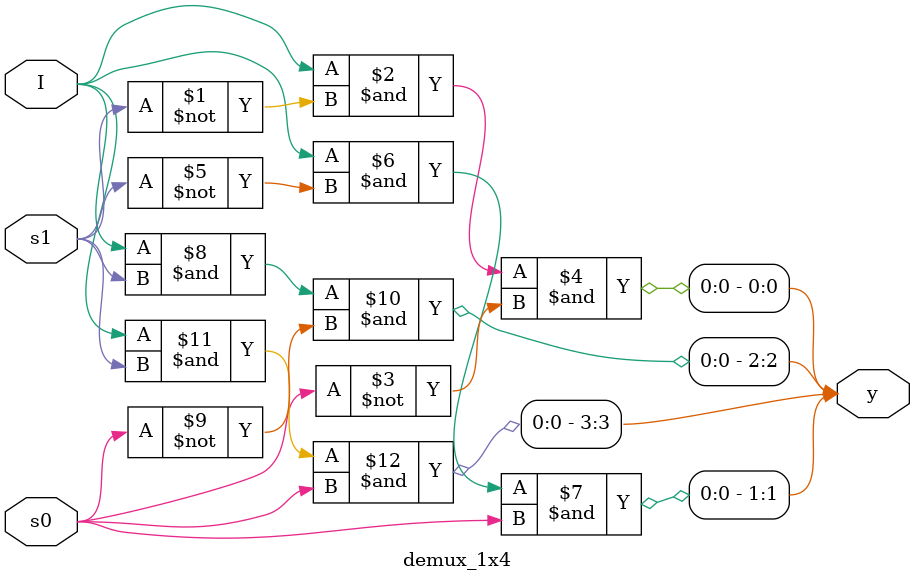
<source format=v>
module demux_1x4(I,s1,s0,y);
input I,s1,s0;
output [3:0] y;
assign y[0]=I & ~s1 & ~s0;
assign y[1]=I & ~s1 & s0;
assign y[2]=I & s1 & ~s0;
assign y[3]=I & s1 & s0;
endmodule

</source>
